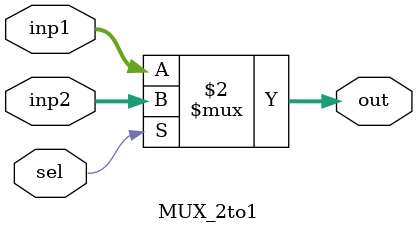
<source format=v>
module MUX_2to1(inp1,inp2,sel,out);

input [31:0]inp1;
input [31:0]inp2;
input sel;
output wire [31:0]out;

assign out = (sel == 0)?(inp1):(inp2);

endmodule
</source>
